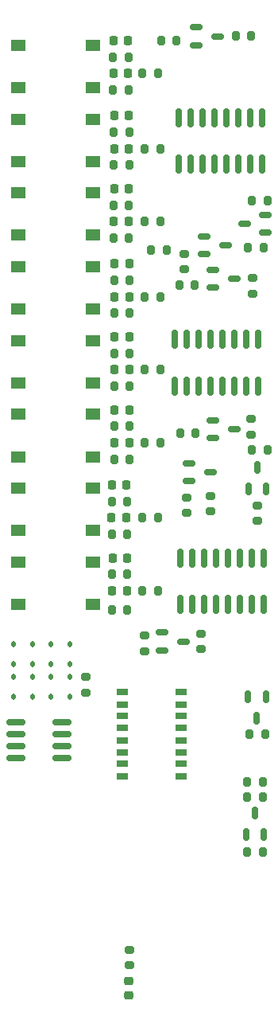
<source format=gbr>
%TF.GenerationSoftware,KiCad,Pcbnew,(7.0.0)*%
%TF.CreationDate,2023-03-14T07:08:31-07:00*%
%TF.ProjectId,wisseq,77697373-6571-42e6-9b69-6361645f7063,rev?*%
%TF.SameCoordinates,Original*%
%TF.FileFunction,Paste,Top*%
%TF.FilePolarity,Positive*%
%FSLAX46Y46*%
G04 Gerber Fmt 4.6, Leading zero omitted, Abs format (unit mm)*
G04 Created by KiCad (PCBNEW (7.0.0)) date 2023-03-14 07:08:31*
%MOMM*%
%LPD*%
G01*
G04 APERTURE LIST*
G04 Aperture macros list*
%AMRoundRect*
0 Rectangle with rounded corners*
0 $1 Rounding radius*
0 $2 $3 $4 $5 $6 $7 $8 $9 X,Y pos of 4 corners*
0 Add a 4 corners polygon primitive as box body*
4,1,4,$2,$3,$4,$5,$6,$7,$8,$9,$2,$3,0*
0 Add four circle primitives for the rounded corners*
1,1,$1+$1,$2,$3*
1,1,$1+$1,$4,$5*
1,1,$1+$1,$6,$7*
1,1,$1+$1,$8,$9*
0 Add four rect primitives between the rounded corners*
20,1,$1+$1,$2,$3,$4,$5,0*
20,1,$1+$1,$4,$5,$6,$7,0*
20,1,$1+$1,$6,$7,$8,$9,0*
20,1,$1+$1,$8,$9,$2,$3,0*%
G04 Aperture macros list end*
%ADD10R,1.300000X0.800000*%
%ADD11RoundRect,0.150000X-0.825000X-0.150000X0.825000X-0.150000X0.825000X0.150000X-0.825000X0.150000X0*%
%ADD12RoundRect,0.150000X-0.150000X0.825000X-0.150000X-0.825000X0.150000X-0.825000X0.150000X0.825000X0*%
%ADD13RoundRect,0.150000X0.150000X-0.825000X0.150000X0.825000X-0.150000X0.825000X-0.150000X-0.825000X0*%
%ADD14R,1.550000X1.300000*%
%ADD15RoundRect,0.200000X0.275000X-0.200000X0.275000X0.200000X-0.275000X0.200000X-0.275000X-0.200000X0*%
%ADD16RoundRect,0.200000X-0.200000X-0.275000X0.200000X-0.275000X0.200000X0.275000X-0.200000X0.275000X0*%
%ADD17RoundRect,0.200000X0.200000X0.275000X-0.200000X0.275000X-0.200000X-0.275000X0.200000X-0.275000X0*%
%ADD18RoundRect,0.200000X-0.275000X0.200000X-0.275000X-0.200000X0.275000X-0.200000X0.275000X0.200000X0*%
%ADD19RoundRect,0.150000X-0.150000X0.512500X-0.150000X-0.512500X0.150000X-0.512500X0.150000X0.512500X0*%
%ADD20RoundRect,0.150000X0.150000X-0.512500X0.150000X0.512500X-0.150000X0.512500X-0.150000X-0.512500X0*%
%ADD21RoundRect,0.150000X-0.512500X-0.150000X0.512500X-0.150000X0.512500X0.150000X-0.512500X0.150000X0*%
%ADD22RoundRect,0.150000X0.512500X0.150000X-0.512500X0.150000X-0.512500X-0.150000X0.512500X-0.150000X0*%
%ADD23RoundRect,0.218750X-0.256250X0.218750X-0.256250X-0.218750X0.256250X-0.218750X0.256250X0.218750X0*%
%ADD24RoundRect,0.112500X-0.112500X0.187500X-0.112500X-0.187500X0.112500X-0.187500X0.112500X0.187500X0*%
%ADD25RoundRect,0.112500X0.112500X-0.187500X0.112500X0.187500X-0.112500X0.187500X-0.112500X-0.187500X0*%
%ADD26RoundRect,0.218750X0.218750X0.256250X-0.218750X0.256250X-0.218750X-0.256250X0.218750X-0.256250X0*%
%ADD27RoundRect,0.225000X0.225000X0.250000X-0.225000X0.250000X-0.225000X-0.250000X0.225000X-0.250000X0*%
G04 APERTURE END LIST*
D10*
%TO.C,U5*%
X33849999Y-101799999D03*
X33849999Y-103079999D03*
X33849999Y-104339999D03*
X33849999Y-105609999D03*
X33849999Y-106889999D03*
X33849999Y-108159999D03*
X33849999Y-109419999D03*
X33849999Y-110699999D03*
X40149999Y-110699999D03*
X40149999Y-109419999D03*
X40149999Y-108159999D03*
X40149999Y-106889999D03*
X40149999Y-105609999D03*
X40149999Y-104339999D03*
X40149999Y-103079999D03*
X40149999Y-101799999D03*
%TD*%
D11*
%TO.C,U4*%
X22500000Y-105000000D03*
X22500000Y-106270000D03*
X22500000Y-107540000D03*
X22500000Y-108810000D03*
X27450000Y-108810000D03*
X27450000Y-107540000D03*
X27450000Y-106270000D03*
X27450000Y-105000000D03*
%TD*%
D12*
%TO.C,U3*%
X48945000Y-87525000D03*
X47675000Y-87525000D03*
X46405000Y-87525000D03*
X45135000Y-87525000D03*
X43865000Y-87525000D03*
X42595000Y-87525000D03*
X41325000Y-87525000D03*
X40055000Y-87525000D03*
X40055000Y-92475000D03*
X41325000Y-92475000D03*
X42595000Y-92475000D03*
X43865000Y-92475000D03*
X45135000Y-92475000D03*
X46405000Y-92475000D03*
X47675000Y-92475000D03*
X48945000Y-92475000D03*
%TD*%
D13*
%TO.C,U2*%
X39480000Y-69225000D03*
X40750000Y-69225000D03*
X42020000Y-69225000D03*
X43290000Y-69225000D03*
X44560000Y-69225000D03*
X45830000Y-69225000D03*
X47100000Y-69225000D03*
X48370000Y-69225000D03*
X48370000Y-64275000D03*
X47100000Y-64275000D03*
X45830000Y-64275000D03*
X44560000Y-64275000D03*
X43290000Y-64275000D03*
X42020000Y-64275000D03*
X40750000Y-64275000D03*
X39480000Y-64275000D03*
%TD*%
D12*
%TO.C,U1*%
X48790000Y-40700000D03*
X47520000Y-40700000D03*
X46250000Y-40700000D03*
X44980000Y-40700000D03*
X43710000Y-40700000D03*
X42440000Y-40700000D03*
X41170000Y-40700000D03*
X39900000Y-40700000D03*
X39900000Y-45650000D03*
X41170000Y-45650000D03*
X42440000Y-45650000D03*
X43710000Y-45650000D03*
X44980000Y-45650000D03*
X46250000Y-45650000D03*
X47520000Y-45650000D03*
X48790000Y-45650000D03*
%TD*%
D14*
%TO.C,SW9*%
X22769999Y-87949999D03*
X30729999Y-87949999D03*
X22769999Y-92449999D03*
X30729999Y-92449999D03*
%TD*%
%TO.C,SW8*%
X22769999Y-80099999D03*
X30729999Y-80099999D03*
X22769999Y-84599999D03*
X30729999Y-84599999D03*
%TD*%
%TO.C,SW7*%
X22769999Y-72249999D03*
X30729999Y-72249999D03*
X22769999Y-76749999D03*
X30729999Y-76749999D03*
%TD*%
%TO.C,SW6*%
X22769999Y-64399999D03*
X30729999Y-64399999D03*
X22769999Y-68899999D03*
X30729999Y-68899999D03*
%TD*%
%TO.C,SW5*%
X22769999Y-56549999D03*
X30729999Y-56549999D03*
X22769999Y-61049999D03*
X30729999Y-61049999D03*
%TD*%
%TO.C,SW4*%
X22769999Y-48699999D03*
X30729999Y-48699999D03*
X22769999Y-53199999D03*
X30729999Y-53199999D03*
%TD*%
%TO.C,SW3*%
X22769999Y-40849999D03*
X30729999Y-40849999D03*
X22769999Y-45349999D03*
X30729999Y-45349999D03*
%TD*%
%TO.C,SW1*%
X22769999Y-32999999D03*
X30729999Y-32999999D03*
X22769999Y-37499999D03*
X30729999Y-37499999D03*
%TD*%
D15*
%TO.C,R46*%
X34600000Y-130825000D03*
X34600000Y-129175000D03*
%TD*%
D16*
%TO.C,R45*%
X47445000Y-106245000D03*
X49095000Y-106245000D03*
%TD*%
D17*
%TO.C,R44*%
X48805000Y-111355000D03*
X47155000Y-111355000D03*
%TD*%
D16*
%TO.C,R43*%
X47155000Y-112955000D03*
X48805000Y-112955000D03*
%TD*%
D17*
%TO.C,R42*%
X48805000Y-118755000D03*
X47155000Y-118755000D03*
%TD*%
D18*
%TO.C,R41*%
X30000000Y-100175000D03*
X30000000Y-101825000D03*
%TD*%
%TO.C,R40*%
X43250000Y-80925000D03*
X43250000Y-82575000D03*
%TD*%
D17*
%TO.C,R39*%
X49325000Y-76000000D03*
X47675000Y-76000000D03*
%TD*%
D18*
%TO.C,R38*%
X47600000Y-72750000D03*
X47600000Y-74400000D03*
%TD*%
D15*
%TO.C,R37*%
X42200000Y-97225000D03*
X42200000Y-95575000D03*
%TD*%
%TO.C,R36*%
X40750000Y-82750000D03*
X40750000Y-81100000D03*
%TD*%
%TO.C,R35*%
X48250000Y-83560000D03*
X48250000Y-81910000D03*
%TD*%
D16*
%TO.C,R34*%
X40000000Y-74250000D03*
X41650000Y-74250000D03*
%TD*%
D18*
%TO.C,R33*%
X36200000Y-95775000D03*
X36200000Y-97425000D03*
%TD*%
%TO.C,R32*%
X47750000Y-57750000D03*
X47750000Y-59400000D03*
%TD*%
%TO.C,R31*%
X40500000Y-55175000D03*
X40500000Y-56825000D03*
%TD*%
D16*
%TO.C,R30*%
X39925000Y-58500000D03*
X41575000Y-58500000D03*
%TD*%
%TO.C,R29*%
X36925000Y-54750000D03*
X38575000Y-54750000D03*
%TD*%
%TO.C,R28*%
X47250000Y-54500000D03*
X48900000Y-54500000D03*
%TD*%
%TO.C,R27*%
X36000000Y-91000000D03*
X37650000Y-91000000D03*
%TD*%
%TO.C,R26*%
X32750000Y-93000000D03*
X34400000Y-93000000D03*
%TD*%
%TO.C,R25*%
X32750000Y-89250000D03*
X34400000Y-89250000D03*
%TD*%
%TO.C,R24*%
X36000000Y-83250000D03*
X37650000Y-83250000D03*
%TD*%
%TO.C,R23*%
X32715000Y-85000000D03*
X34365000Y-85000000D03*
%TD*%
%TO.C,R22*%
X32715000Y-81500000D03*
X34365000Y-81500000D03*
%TD*%
%TO.C,R21*%
X36250000Y-75250000D03*
X37900000Y-75250000D03*
%TD*%
%TO.C,R20*%
X33000000Y-77000000D03*
X34650000Y-77000000D03*
%TD*%
%TO.C,R19*%
X33000000Y-73500000D03*
X34650000Y-73500000D03*
%TD*%
%TO.C,R18*%
X36250000Y-67500000D03*
X37900000Y-67500000D03*
%TD*%
%TO.C,R17*%
X33000000Y-69250000D03*
X34650000Y-69250000D03*
%TD*%
%TO.C,R16*%
X33000000Y-65750000D03*
X34650000Y-65750000D03*
%TD*%
%TO.C,R15*%
X36250000Y-59750000D03*
X37900000Y-59750000D03*
%TD*%
%TO.C,R14*%
X33000000Y-61500000D03*
X34650000Y-61500000D03*
%TD*%
%TO.C,R13*%
X33000000Y-58000000D03*
X34650000Y-58000000D03*
%TD*%
%TO.C,R12*%
X36250000Y-51750000D03*
X37900000Y-51750000D03*
%TD*%
%TO.C,R11*%
X32925000Y-53500000D03*
X34575000Y-53500000D03*
%TD*%
%TO.C,R10*%
X32925000Y-50000000D03*
X34575000Y-50000000D03*
%TD*%
%TO.C,R9*%
X36250000Y-44000000D03*
X37900000Y-44000000D03*
%TD*%
%TO.C,R8*%
X32950000Y-45750000D03*
X34600000Y-45750000D03*
%TD*%
%TO.C,R7*%
X32950000Y-42250000D03*
X34600000Y-42250000D03*
%TD*%
%TO.C,R6*%
X47675000Y-49500000D03*
X49325000Y-49500000D03*
%TD*%
%TO.C,R5*%
X38000000Y-32500000D03*
X39650000Y-32500000D03*
%TD*%
%TO.C,R4*%
X45925000Y-32000000D03*
X47575000Y-32000000D03*
%TD*%
%TO.C,R3*%
X36000000Y-36000000D03*
X37650000Y-36000000D03*
%TD*%
%TO.C,R2*%
X32850000Y-37750000D03*
X34500000Y-37750000D03*
%TD*%
%TO.C,R1*%
X32850000Y-34250000D03*
X34500000Y-34250000D03*
%TD*%
D19*
%TO.C,Q10*%
X49150000Y-102262500D03*
X47250000Y-102262500D03*
X48200000Y-104537500D03*
%TD*%
D20*
%TO.C,Q9*%
X47050000Y-116937500D03*
X48950000Y-116937500D03*
X48000000Y-114662500D03*
%TD*%
D21*
%TO.C,Q8*%
X41000000Y-77420000D03*
X41000000Y-79320000D03*
X43275000Y-78370000D03*
%TD*%
D20*
%TO.C,Q7*%
X47300000Y-80137500D03*
X49200000Y-80137500D03*
X48250000Y-77862500D03*
%TD*%
D21*
%TO.C,Q6*%
X43500000Y-72850000D03*
X43500000Y-74750000D03*
X45775000Y-73800000D03*
%TD*%
%TO.C,Q5*%
X38062500Y-95450000D03*
X38062500Y-97350000D03*
X40337500Y-96400000D03*
%TD*%
%TO.C,Q4*%
X43500000Y-56850000D03*
X43500000Y-58750000D03*
X45775000Y-57800000D03*
%TD*%
%TO.C,Q3*%
X42612500Y-53300000D03*
X42612500Y-55200000D03*
X44887500Y-54250000D03*
%TD*%
D22*
%TO.C,Q2*%
X49137500Y-52950000D03*
X49137500Y-51050000D03*
X46862500Y-52000000D03*
%TD*%
D21*
%TO.C,Q1*%
X41750000Y-31100000D03*
X41750000Y-33000000D03*
X44025000Y-32050000D03*
%TD*%
D23*
%TO.C,D17*%
X34500000Y-132462500D03*
X34500000Y-134037500D03*
%TD*%
D24*
%TO.C,D16*%
X22250000Y-100150000D03*
X22250000Y-102250000D03*
%TD*%
%TO.C,D15*%
X24250000Y-100150000D03*
X24250000Y-102250000D03*
%TD*%
%TO.C,D14*%
X26250000Y-100150000D03*
X26250000Y-102250000D03*
%TD*%
%TO.C,D13*%
X28250000Y-100150000D03*
X28250000Y-102250000D03*
%TD*%
D25*
%TO.C,D12*%
X28250000Y-98800000D03*
X28250000Y-96700000D03*
%TD*%
%TO.C,D11*%
X26250000Y-98800000D03*
X26250000Y-96700000D03*
%TD*%
%TO.C,D10*%
X24250000Y-98800000D03*
X24250000Y-96700000D03*
%TD*%
D26*
%TO.C,D9*%
X34322500Y-91000000D03*
X32747500Y-91000000D03*
%TD*%
%TO.C,D8*%
X34287500Y-83250000D03*
X32712500Y-83250000D03*
%TD*%
%TO.C,D7*%
X34612500Y-75250000D03*
X33037500Y-75250000D03*
%TD*%
%TO.C,D6*%
X34612500Y-67500000D03*
X33037500Y-67500000D03*
%TD*%
%TO.C,D5*%
X34612500Y-59750000D03*
X33037500Y-59750000D03*
%TD*%
%TO.C,D4*%
X34537500Y-51750000D03*
X32962500Y-51750000D03*
%TD*%
%TO.C,D3*%
X34562500Y-44000000D03*
X32987500Y-44000000D03*
%TD*%
D25*
%TO.C,D2*%
X22250000Y-98800000D03*
X22250000Y-96700000D03*
%TD*%
D26*
%TO.C,D1*%
X34462500Y-36000000D03*
X32887500Y-36000000D03*
%TD*%
D27*
%TO.C,C9*%
X34350000Y-87500000D03*
X32800000Y-87500000D03*
%TD*%
%TO.C,C8*%
X34315000Y-79750000D03*
X32765000Y-79750000D03*
%TD*%
%TO.C,C7*%
X34600000Y-71750000D03*
X33050000Y-71750000D03*
%TD*%
%TO.C,C6*%
X34600000Y-64000000D03*
X33050000Y-64000000D03*
%TD*%
%TO.C,C5*%
X34600000Y-56250000D03*
X33050000Y-56250000D03*
%TD*%
%TO.C,C4*%
X34525000Y-48250000D03*
X32975000Y-48250000D03*
%TD*%
%TO.C,C3*%
X34550000Y-40500000D03*
X33000000Y-40500000D03*
%TD*%
%TO.C,C1*%
X34450000Y-32500000D03*
X32900000Y-32500000D03*
%TD*%
M02*

</source>
